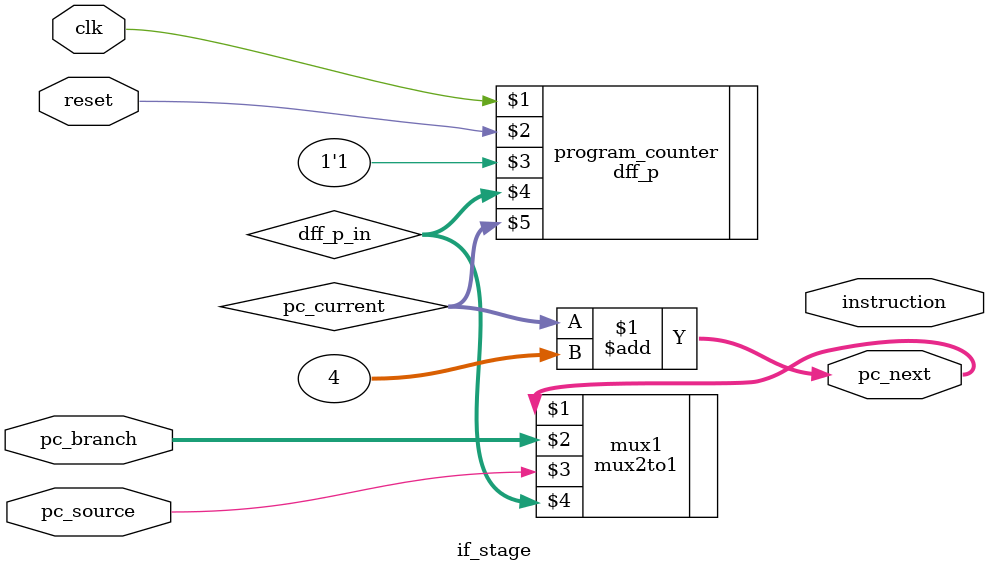
<source format=v>
`include "mux.v"
`include "dff.v"

module if_stage (input clk, input reset, input [31:0] pc_branch, input pc_source, output [31:0] pc_next, output [31:0] instruction);

    wire [31:0] dff_p_in, pc_current;
    mux2to1 #(32) mux1(pc_next, pc_branch, pc_source, dff_p_in);
    dff_p #(32) program_counter(clk, reset, 1'b1, dff_p_in, pc_current);
    // rom #(32, 6) instr_memory(clk, reset, pc_current[7:2], instruction);
    assign pc_next = pc_current+32'h00000004;
    
endmodule
</source>
